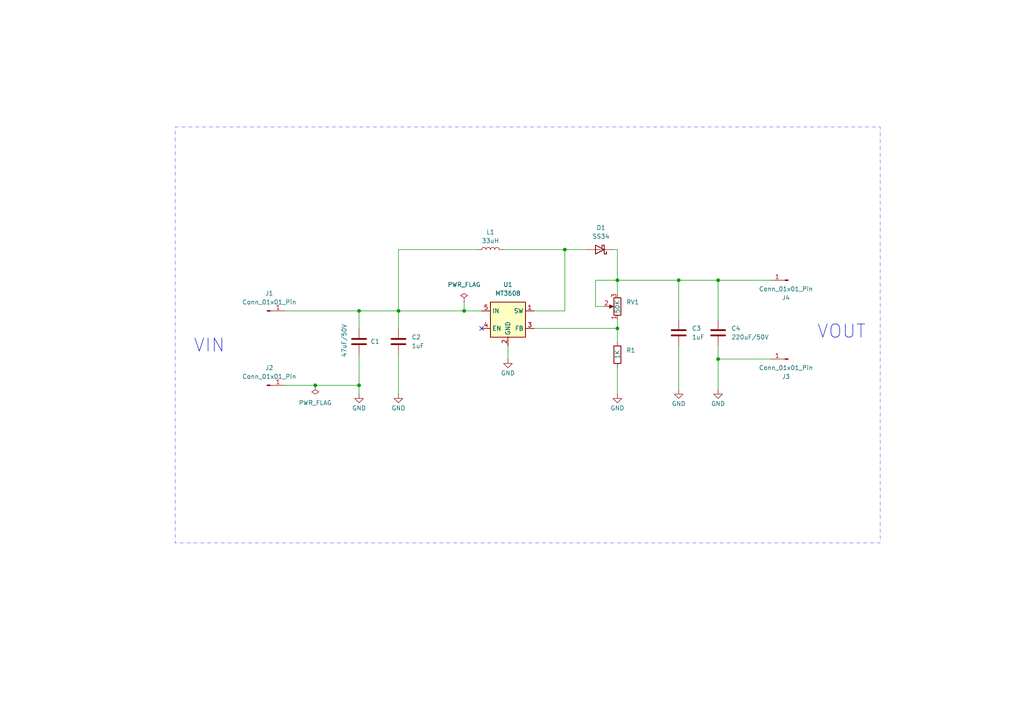
<source format=kicad_sch>
(kicad_sch (version 20250114) (generator "eeschema") (generator_version "9.0")
  (paper "A4")
  (title_block (title "Boost Converter") (date "2024-08-25") (company "Ampnics") (comment 1 "Drawn By- Engineer Ammar"))
  (lib_symbols
    (symbol "Connector:Conn_01x01_Pin" (pin_names (offset 1.016) (hide yes))
      (property "Reference" "J" (at 0 2.54 0))
      (property "Value" "Conn_01x01_Pin" (at 0 -2.54 0))
      (symbol "Conn_01x01_Pin_1_1"
        (rectangle (start 0.8636 0.127) (end 0 -0.127) (stroke (width 0.1524)) (fill (type outline)))
        (polyline (pts (xy 1.27 0) (xy 0.8636 0)) (stroke (width 0.1524)))
        (pin passive line (at 5.08 0 180) (length 3.81) (name "Pin_1") (number "1"))
      )
    )
    (symbol "Device:C" (pin_numbers (hide yes)) (pin_names (offset 0.254))
      (property "Reference" "C" (at 0.635 2.54 0))
      (property "Value" "C" (at 0.635 -2.54 0))
      (symbol "C_0_1"
        (polyline (pts (xy -2.032 0.762) (xy 2.032 0.762)) (stroke (width 0.508)))
        (polyline (pts (xy -2.032 -0.762) (xy 2.032 -0.762)) (stroke (width 0.508)))
      )
      (symbol "C_1_1"
        (pin passive line (at 0 3.81 270) (length 2.794) (name "~") (number "1"))
        (pin passive line (at 0 -3.81 90) (length 2.794) (name "~") (number "2"))
      )
    )
    (symbol "Device:L" (pin_numbers (hide yes)) (pin_names (offset 1.016) (hide yes))
      (property "Reference" "L" (at -1.27 0 90))
      (property "Value" "L" (at 1.905 0 90))
      (symbol "L_0_1"
        (arc (start 0 2.54) (mid 0.6323 1.905) (end 0 1.27))
        (arc (start 0 1.27) (mid 0.6323 0.635) (end 0 0))
        (arc (start 0 0) (mid 0.6323 -0.635) (end 0 -1.27))
        (arc (start 0 -1.27) (mid 0.6323 -1.905) (end 0 -2.54))
      )
      (symbol "L_1_1"
        (pin passive line (at 0 3.81 270) (length 1.27) (name "1") (number "1"))
        (pin passive line (at 0 -3.81 90) (length 1.27) (name "2") (number "2"))
      )
    )
    (symbol "Device:R" (pin_numbers (hide yes)) (pin_names (offset 0))
      (property "Reference" "R" (at 2.032 0 90))
      (property "Value" "R" (at 0 0 90))
      (symbol "R_0_1"
        (rectangle (start -1.016 -2.54) (end 1.016 2.54) (stroke (width 0.254)))
      )
      (symbol "R_1_1"
        (pin passive line (at 0 3.81 270) (length 1.27) (name "~") (number "1"))
        (pin passive line (at 0 -3.81 90) (length 1.27) (name "~") (number "2"))
      )
    )
    (symbol "Device:R_Potentiometer" (pin_names (offset 1.016) (hide yes))
      (property "Reference" "RV" (at -4.445 0 90))
      (property "Value" "R_Potentiometer" (at -2.54 0 90))
      (symbol "R_Potentiometer_0_1"
        (rectangle (start 1.016 2.54) (end -1.016 -2.54) (stroke (width 0.254)))
        (polyline (pts (xy 1.143 0) (xy 2.286 0.508) (xy 2.286 -0.508) (xy 1.143 0)) (fill (type outline)))
        (polyline (pts (xy 2.54 0) (xy 1.524 0)))
      )
      (symbol "R_Potentiometer_1_1"
        (pin passive line (at 0 3.81 270) (length 1.27) (name "1") (number "1"))
        (pin passive line (at 0 -3.81 90) (length 1.27) (name "3") (number "3"))
        (pin passive line (at 3.81 0 180) (length 1.27) (name "2") (number "2"))
      )
    )
    (symbol "Diode:SS34" (pin_numbers (hide yes)) (pin_names (offset 1.016) (hide yes))
      (property "Reference" "D" (at 0 2.54 0))
      (property "Value" "SS34" (at 0 -2.54 0))
      (symbol "SS34_0_1"
        (polyline (pts (xy -1.905 0.635) (xy -1.905 1.27) (xy -1.27 1.27) (xy -1.27 -1.27) (xy -0.635 -1.27) (xy -0.635 -0.635)) (stroke (width 0.254)))
        (polyline (pts (xy 1.27 1.27) (xy 1.27 -1.27) (xy -1.27 0) (xy 1.27 1.27)) (stroke (width 0.254)))
        (polyline (pts (xy 1.27 0) (xy -1.27 0)))
      )
      (symbol "SS34_1_1"
        (pin passive line (at -3.81 0 0) (length 2.54) (name "K") (number "1"))
        (pin passive line (at 3.81 0 180) (length 2.54) (name "A") (number "2"))
      )
    )
    (symbol "Regulator_Switching:MT3608"
      (property "Reference" "U" (at -2.54 8.89 0))
      (property "Value" "MT3608" (at -3.81 6.35 0))
      (symbol "MT3608_0_1"
        (rectangle (start -5.08 5.08) (end 5.08 -5.08) (stroke (width 0.254)) (fill (type background)))
      )
      (symbol "MT3608_1_1"
        (pin power_in line (at -7.62 2.54 0) (length 2.54) (name "IN") (number "5"))
        (pin input line (at -7.62 -2.54 0) (length 2.54) (name "EN") (number "4"))
        (pin power_in line (at 0 -7.62 90) (length 2.54) (name "GND") (number "2"))
        (pin no_connect line (at 5.08 0 180) (length 2.54) (hide yes) (name "NC") (number "6"))
        (pin passive line (at 7.62 2.54 180) (length 2.54) (name "SW") (number "1"))
        (pin input line (at 7.62 -2.54 180) (length 2.54) (name "FB") (number "3"))
      )
    )
    (symbol "power:GND" (power) (pin_numbers (hide yes)) (pin_names (offset 0) (hide yes))
      (property "Value" "GND" (at 0 -3.81 0))
      (symbol "GND_0_1"
        (polyline (pts (xy 0 0) (xy 0 -1.27) (xy 1.27 -1.27) (xy 0 -2.54) (xy -1.27 -1.27) (xy 0 -1.27)))
      )
      (symbol "GND_1_1"
        (pin power_in line (at 0 0 270) (length 0) (name "~") (number "1"))
      )
    )
    (symbol "power:PWR_FLAG" (power) (pin_numbers (hide yes)) (pin_names (offset 0) (hide yes))
      (property "Value" "PWR_FLAG" (at 0 3.81 0))
      (symbol "PWR_FLAG_0_0"
        (pin power_out line (at 0 0 90) (length 0) (name "~") (number "1"))
      )
      (symbol "PWR_FLAG_0_1"
        (polyline (pts (xy 0 0) (xy 0 1.27) (xy -1.016 1.905) (xy 0 2.54) (xy 1.016 1.905) (xy 0 1.27)))
      )
    )
  )
  (rectangle (start 50.8 36.83) (end 255.27 157.48) (stroke (width 0.0508) (type dash_dot_dot)))
  (text "VIN" (at 60.706 100.33 0) (effects (font (size 3.81 3.81))))
  (text "VOUT" (at 244.094 96.266 0) (effects (font (size 3.81 3.81))))
  (junction (at 134.62 90.17))
  (junction (at 163.83 72.39))
  (junction (at 179.07 81.28))
  (junction (at 196.85 81.28))
  (junction (at 208.28 104.14))
  (junction (at 91.44 111.76))
  (junction (at 104.14 90.17))
  (junction (at 179.07 95.25))
  (junction (at 104.14 111.76))
  (junction (at 115.57 90.17))
  (junction (at 208.28 81.28))
  (no_connect (at 139.7 95.25))
  (wire (pts (xy 172.72 88.9) (xy 172.72 81.28)))
  (wire (pts (xy 179.07 85.09) (xy 179.07 81.28)))
  (wire (pts (xy 115.57 90.17) (xy 134.62 90.17)))
  (wire (pts (xy 179.07 81.28) (xy 179.07 72.39)))
  (wire (pts (xy 115.57 95.25) (xy 115.57 90.17)))
  (wire (pts (xy 104.14 111.76) (xy 104.14 114.3)))
  (wire (pts (xy 208.28 100.33) (xy 208.28 104.14)))
  (wire (pts (xy 208.28 104.14) (xy 223.52 104.14)))
  (wire (pts (xy 179.07 106.68) (xy 179.07 114.3)))
  (wire (pts (xy 179.07 72.39) (xy 177.8 72.39)))
  (wire (pts (xy 154.94 90.17) (xy 163.83 90.17)))
  (wire (pts (xy 115.57 102.87) (xy 115.57 114.3)))
  (wire (pts (xy 134.62 87.63) (xy 134.62 90.17)))
  (wire (pts (xy 208.28 81.28) (xy 196.85 81.28)))
  (wire (pts (xy 91.44 111.76) (xy 104.14 111.76)))
  (wire (pts (xy 115.57 72.39) (xy 138.43 72.39)))
  (wire (pts (xy 179.07 92.71) (xy 179.07 95.25)))
  (wire (pts (xy 146.05 72.39) (xy 163.83 72.39)))
  (wire (pts (xy 208.28 104.14) (xy 208.28 113.03)))
  (wire (pts (xy 179.07 95.25) (xy 179.07 99.06)))
  (wire (pts (xy 208.28 92.71) (xy 208.28 81.28)))
  (wire (pts (xy 104.14 102.87) (xy 104.14 111.76)))
  (wire (pts (xy 82.55 90.17) (xy 104.14 90.17)))
  (wire (pts (xy 163.83 72.39) (xy 170.18 72.39)))
  (wire (pts (xy 104.14 95.25) (xy 104.14 90.17)))
  (wire (pts (xy 172.72 81.28) (xy 179.07 81.28)))
  (wire (pts (xy 154.94 95.25) (xy 179.07 95.25)))
  (wire (pts (xy 115.57 72.39) (xy 115.57 90.17)))
  (wire (pts (xy 82.55 111.76) (xy 91.44 111.76)))
  (wire (pts (xy 104.14 90.17) (xy 115.57 90.17)))
  (wire (pts (xy 208.28 81.28) (xy 223.52 81.28)))
  (wire (pts (xy 147.32 100.33) (xy 147.32 104.14)))
  (wire (pts (xy 175.26 88.9) (xy 172.72 88.9)))
  (wire (pts (xy 163.83 90.17) (xy 163.83 72.39)))
  (wire (pts (xy 196.85 100.33) (xy 196.85 113.03)))
  (wire (pts (xy 196.85 92.71) (xy 196.85 81.28)))
  (wire (pts (xy 134.62 90.17) (xy 139.7 90.17)))
  (wire (pts (xy 196.85 81.28) (xy 179.07 81.28)))
  (symbol (lib_id "Connector:Conn_01x01_Pin") (at 77.47 111.76 0) (unit 1)
    (property "Reference" "J2" (at 78.105 106.68 0))
    (property "Value" "Conn_01x01_Pin" (at 78.105 109.22 0))
    (property "Footprint" "Connector_PinHeader_2.54mm:PinHeader_1x01_P2.54mm_Vertical" (effects (hide yes)))
    (property "Description" "Generic connector, single row, 01x01, script generated" (effects (hide yes)))
  )
  (symbol (lib_id "power:GND") (at 196.85 113.03 0) (unit 1)
    (property "Reference" "#PWR05" (effects (hide yes)))
    (property "Value" "GND" (at 196.85 117.094 0))
    (property "Description" "Power symbol creates a global label with name \"GND\" , ground" (effects (hide yes)))
  )
  (symbol (lib_id "Regulator_Switching:MT3608") (at 147.32 92.71 0) (unit 1)
    (property "Reference" "U1" (at 147.32 82.55 0))
    (property "Value" "MT3608" (at 147.32 85.09 0))
    (property "Footprint" "Package_TO_SOT_SMD:SOT-23-6" (effects (hide yes)))
    (property "Datasheet" "https://www.olimex.com/Products/Breadboarding/BB-PWR-3608/resources/MT3608.pdf" (effects (hide yes)))
    (property "Description" "High Efficiency 1.2MHz 2A Step Up Converter, 2-24V Vin, 28V Vout, 4A current limit, 1.2MHz, SOT23-6" (effects (hide yes)))
  )
  (symbol (lib_id "Device:C") (at 196.85 96.52 0) (unit 1)
    (property "Reference" "C3" (at 200.66 95.2499 0) (effects (justify left)))
    (property "Value" "1uF" (at 200.66 97.7899 0) (effects (justify left)))
    (property "Footprint" "Capacitor_SMD:C_0805_2012Metric" (effects (hide yes)))
    (property "Description" "Unpolarized capacitor" (effects (hide yes)))
  )
  (symbol (lib_id "Device:R") (at 179.07 102.87 0) (unit 1)
    (property "Reference" "R1" (at 181.61 101.5999 0) (effects (justify left)))
    (property "Value" "1K" (at 179.07 104.14 90) (effects (justify left)))
    (property "Footprint" "Resistor_SMD:R_1206_3216Metric" (effects (hide yes)))
    (property "Description" "Resistor" (effects (hide yes)))
  )
  (symbol (lib_id "Device:C") (at 208.28 96.52 0) (unit 1)
    (property "Reference" "C4" (at 212.09 95.2499 0) (effects (justify left)))
    (property "Value" "220uF/50V" (at 212.09 97.7899 0) (effects (justify left)))
    (property "Footprint" "Capacitor_THT:C_Radial_D6.3mm_H11.0mm_P2.50mm" (effects (hide yes)))
    (property "Description" "Unpolarized capacitor" (effects (hide yes)))
  )
  (symbol (lib_id "power:GND") (at 115.57 114.3 0) (unit 1)
    (property "Reference" "#PWR02" (effects (hide yes)))
    (property "Value" "GND" (at 115.57 118.364 0))
    (property "Description" "Power symbol creates a global label with name \"GND\" , ground" (effects (hide yes)))
  )
  (symbol (lib_id "power:GND") (at 147.32 104.14 0) (unit 1)
    (property "Reference" "#PWR03" (effects (hide yes)))
    (property "Value" "GND" (at 147.32 108.204 0))
    (property "Description" "Power symbol creates a global label with name \"GND\" , ground" (effects (hide yes)))
  )
  (symbol (lib_id "Diode:SS34") (at 173.99 72.39 180) (unit 1)
    (property "Reference" "D1" (at 174.3075 66.04 0))
    (property "Value" "SS34" (at 174.3075 68.58 0))
    (property "Footprint" "Diode_SMD:D_SMA" (effects (hide yes)))
    (property "Datasheet" "https://www.vishay.com/docs/88751/ss32.pdf" (effects (hide yes)))
    (property "Description" "40V 3A Schottky Diode, SMA" (effects (hide yes)))
  )
  (symbol (lib_id "Connector:Conn_01x01_Pin") (at 77.47 90.17 0) (unit 1)
    (property "Reference" "J1" (at 78.105 85.09 0))
    (property "Value" "Conn_01x01_Pin" (at 78.105 87.63 0))
    (property "Footprint" "Connector_PinHeader_2.54mm:PinHeader_1x01_P2.54mm_Vertical" (effects (hide yes)))
    (property "Description" "Generic connector, single row, 01x01, script generated" (effects (hide yes)))
  )
  (symbol (lib_id "Device:L") (at 142.24 72.39 90) (unit 1)
    (property "Reference" "L1" (at 142.24 67.31 90))
    (property "Value" "33uH" (at 142.24 69.85 90))
    (property "Footprint" "Inductor_SMD:L_12x12mm_H8mm" (effects (hide yes)))
    (property "Description" "Inductor" (effects (hide yes)))
  )
  (symbol (lib_id "Device:C") (at 104.14 99.06 0) (unit 1)
    (property "Reference" "C1" (at 107.442 99.06 0) (effects (justify left)))
    (property "Value" "47uF/50V" (at 99.822 103.632 90) (effects (justify left)))
    (property "Footprint" "Capacitor_THT:C_Radial_D6.3mm_H11.0mm_P2.50mm" (effects (hide yes)))
    (property "Description" "Unpolarized capacitor" (effects (hide yes)))
  )
  (symbol (lib_id "power:PWR_FLAG") (at 91.44 111.76 180) (unit 1)
    (property "Reference" "#FLG01" (effects (hide yes)))
    (property "Value" "PWR_FLAG" (at 91.44 116.84 0))
    (property "Description" "Special symbol for telling ERC where power comes from" (effects (hide yes)))
  )
  (symbol (lib_id "power:PWR_FLAG") (at 134.62 87.63 0) (unit 1)
    (property "Reference" "#FLG03" (effects (hide yes)))
    (property "Value" "PWR_FLAG" (at 134.62 82.55 0))
    (property "Description" "Special symbol for telling ERC where power comes from" (effects (hide yes)))
  )
  (symbol (lib_id "Device:C") (at 115.57 99.06 0) (unit 1)
    (property "Reference" "C2" (at 119.38 97.7899 0) (effects (justify left)))
    (property "Value" "1uF" (at 119.38 100.3299 0) (effects (justify left)))
    (property "Footprint" "Capacitor_SMD:C_0805_2012Metric" (effects (hide yes)))
    (property "Description" "Unpolarized capacitor" (effects (hide yes)))
  )
  (symbol (lib_id "power:GND") (at 179.07 114.3 0) (unit 1)
    (property "Reference" "#PWR04" (effects (hide yes)))
    (property "Value" "GND" (at 179.07 118.364 0))
    (property "Description" "Power symbol creates a global label with name \"GND\" , ground" (effects (hide yes)))
  )
  (symbol (lib_id "Connector:Conn_01x01_Pin") (at 228.6 104.14 180) (unit 1)
    (property "Reference" "J3" (at 227.965 109.22 0))
    (property "Value" "Conn_01x01_Pin" (at 227.965 106.68 0))
    (property "Footprint" "Connector_PinHeader_2.54mm:PinHeader_1x01_P2.54mm_Vertical" (effects (hide yes)))
    (property "Description" "Generic connector, single row, 01x01, script generated" (effects (hide yes)))
  )
  (symbol (lib_id "power:GND") (at 208.28 113.03 0) (unit 1)
    (property "Reference" "#PWR06" (effects (hide yes)))
    (property "Value" "GND" (at 208.28 117.094 0))
    (property "Description" "Power symbol creates a global label with name \"GND\" , ground" (effects (hide yes)))
  )
  (symbol (lib_id "Device:R_Potentiometer") (at 179.07 88.9 180) (unit 1)
    (property "Reference" "RV1" (at 181.61 87.6299 0) (effects (justify right)))
    (property "Value" "50K" (at 179.07 90.932 90) (effects (justify right)))
    (property "Footprint" "Potentiometer_THT:Potentiometer_Bourns_3296W_Vertical" (effects (hide yes)))
    (property "Description" "Potentiometer" (effects (hide yes)))
  )
  (symbol (lib_id "Connector:Conn_01x01_Pin") (at 228.6 81.28 180) (unit 1)
    (property "Reference" "J4" (at 227.965 86.36 0))
    (property "Value" "Conn_01x01_Pin" (at 227.965 83.82 0))
    (property "Footprint" "Connector_PinHeader_2.54mm:PinHeader_1x01_P2.54mm_Vertical" (effects (hide yes)))
    (property "Description" "Generic connector, single row, 01x01, script generated" (effects (hide yes)))
  )
  (symbol (lib_id "power:GND") (at 104.14 114.3 0) (unit 1)
    (property "Reference" "#PWR01" (effects (hide yes)))
    (property "Value" "GND" (at 104.14 118.364 0))
    (property "Description" "Power symbol creates a global label with name \"GND\" , ground" (effects (hide yes)))
  )
)
</source>
